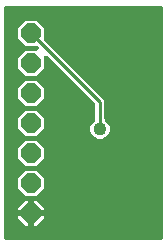
<source format=gbr>
G04 EAGLE Gerber RS-274X export*
G75*
%MOMM*%
%FSLAX34Y34*%
%LPD*%
%INBottom Copper*%
%IPPOS*%
%AMOC8*
5,1,8,0,0,1.08239X$1,22.5*%
G01*
%ADD10P,1.759533X8X22.500000*%
%ADD11C,1.016000*%
%ADD12C,0.254000*%
%ADD13C,1.108000*%

G36*
X135146Y2543D02*
X135146Y2543D01*
X135164Y2541D01*
X135346Y2562D01*
X135529Y2581D01*
X135546Y2586D01*
X135563Y2588D01*
X135738Y2645D01*
X135914Y2699D01*
X135929Y2707D01*
X135946Y2713D01*
X136106Y2803D01*
X136268Y2891D01*
X136281Y2902D01*
X136297Y2911D01*
X136436Y3031D01*
X136577Y3148D01*
X136588Y3162D01*
X136602Y3174D01*
X136714Y3319D01*
X136829Y3462D01*
X136837Y3478D01*
X136848Y3492D01*
X136930Y3657D01*
X137015Y3819D01*
X137020Y3836D01*
X137028Y3852D01*
X137075Y4031D01*
X137126Y4206D01*
X137128Y4224D01*
X137132Y4241D01*
X137159Y4572D01*
X137159Y198628D01*
X137157Y198646D01*
X137159Y198664D01*
X137138Y198846D01*
X137119Y199029D01*
X137114Y199046D01*
X137112Y199063D01*
X137055Y199238D01*
X137001Y199414D01*
X136993Y199429D01*
X136987Y199446D01*
X136897Y199606D01*
X136809Y199768D01*
X136798Y199781D01*
X136789Y199797D01*
X136669Y199936D01*
X136552Y200077D01*
X136538Y200088D01*
X136526Y200102D01*
X136381Y200214D01*
X136238Y200329D01*
X136222Y200337D01*
X136208Y200348D01*
X136043Y200430D01*
X135881Y200515D01*
X135864Y200520D01*
X135848Y200528D01*
X135669Y200575D01*
X135494Y200626D01*
X135476Y200628D01*
X135459Y200632D01*
X135128Y200659D01*
X4572Y200659D01*
X4554Y200657D01*
X4536Y200659D01*
X4354Y200638D01*
X4171Y200619D01*
X4154Y200614D01*
X4137Y200612D01*
X3962Y200555D01*
X3786Y200501D01*
X3771Y200493D01*
X3754Y200487D01*
X3594Y200397D01*
X3432Y200309D01*
X3419Y200298D01*
X3403Y200289D01*
X3264Y200169D01*
X3123Y200052D01*
X3112Y200038D01*
X3098Y200026D01*
X2986Y199881D01*
X2871Y199738D01*
X2863Y199722D01*
X2852Y199708D01*
X2770Y199543D01*
X2685Y199381D01*
X2680Y199364D01*
X2672Y199348D01*
X2625Y199169D01*
X2574Y198994D01*
X2572Y198976D01*
X2568Y198959D01*
X2541Y198628D01*
X2541Y4572D01*
X2543Y4554D01*
X2541Y4536D01*
X2562Y4354D01*
X2581Y4171D01*
X2586Y4154D01*
X2588Y4137D01*
X2645Y3962D01*
X2699Y3786D01*
X2707Y3771D01*
X2713Y3754D01*
X2803Y3594D01*
X2891Y3432D01*
X2902Y3419D01*
X2911Y3403D01*
X3031Y3264D01*
X3148Y3123D01*
X3162Y3112D01*
X3174Y3098D01*
X3319Y2986D01*
X3462Y2871D01*
X3478Y2863D01*
X3492Y2852D01*
X3657Y2770D01*
X3819Y2685D01*
X3836Y2680D01*
X3852Y2672D01*
X4031Y2625D01*
X4206Y2574D01*
X4224Y2572D01*
X4241Y2568D01*
X4572Y2541D01*
X135128Y2541D01*
X135146Y2543D01*
G37*
%LPC*%
G36*
X82213Y88439D02*
X82213Y88439D01*
X79243Y89669D01*
X76969Y91943D01*
X75739Y94913D01*
X75739Y98127D01*
X76969Y101097D01*
X79414Y103542D01*
X79431Y103563D01*
X79452Y103580D01*
X79559Y103718D01*
X79669Y103854D01*
X79682Y103877D01*
X79698Y103898D01*
X79776Y104055D01*
X79858Y104209D01*
X79866Y104235D01*
X79878Y104259D01*
X79923Y104428D01*
X79973Y104595D01*
X79975Y104622D01*
X79982Y104648D01*
X80009Y104979D01*
X80009Y116960D01*
X80007Y116987D01*
X80009Y117013D01*
X79987Y117187D01*
X79969Y117361D01*
X79962Y117386D01*
X79958Y117413D01*
X79903Y117579D01*
X79851Y117746D01*
X79838Y117769D01*
X79830Y117795D01*
X79743Y117946D01*
X79659Y118100D01*
X79642Y118120D01*
X79629Y118143D01*
X79414Y118396D01*
X39536Y158275D01*
X39529Y158280D01*
X39524Y158287D01*
X39374Y158407D01*
X39225Y158530D01*
X39217Y158534D01*
X39210Y158539D01*
X39039Y158628D01*
X38869Y158718D01*
X38861Y158721D01*
X38853Y158725D01*
X38667Y158778D01*
X38483Y158833D01*
X38474Y158834D01*
X38466Y158836D01*
X38274Y158852D01*
X38082Y158869D01*
X38073Y158868D01*
X38064Y158869D01*
X37875Y158847D01*
X37682Y158826D01*
X37673Y158823D01*
X37665Y158822D01*
X37483Y158763D01*
X37298Y158705D01*
X37290Y158700D01*
X37282Y158697D01*
X37113Y158602D01*
X36946Y158510D01*
X36939Y158504D01*
X36931Y158500D01*
X36785Y158374D01*
X36639Y158249D01*
X36633Y158242D01*
X36626Y158236D01*
X36509Y158085D01*
X36389Y157933D01*
X36385Y157925D01*
X36380Y157918D01*
X36294Y157746D01*
X36207Y157574D01*
X36204Y157566D01*
X36200Y157558D01*
X36150Y157371D01*
X36099Y157186D01*
X36098Y157178D01*
X36096Y157169D01*
X36069Y156838D01*
X36069Y147981D01*
X29819Y141731D01*
X20981Y141731D01*
X14731Y147981D01*
X14731Y156819D01*
X20981Y163069D01*
X29838Y163069D01*
X29972Y163082D01*
X30106Y163086D01*
X30172Y163102D01*
X30239Y163109D01*
X30367Y163148D01*
X30497Y163179D01*
X30559Y163207D01*
X30624Y163227D01*
X30742Y163291D01*
X30863Y163346D01*
X30918Y163386D01*
X30978Y163419D01*
X31081Y163504D01*
X31189Y163583D01*
X31235Y163633D01*
X31287Y163676D01*
X31371Y163781D01*
X31462Y163879D01*
X31497Y163937D01*
X31539Y163990D01*
X31601Y164109D01*
X31671Y164224D01*
X31694Y164287D01*
X31725Y164347D01*
X31762Y164476D01*
X31808Y164602D01*
X31818Y164669D01*
X31836Y164734D01*
X31847Y164868D01*
X31867Y165000D01*
X31864Y165068D01*
X31869Y165136D01*
X31854Y165269D01*
X31847Y165402D01*
X31830Y165468D01*
X31822Y165535D01*
X31781Y165663D01*
X31748Y165793D01*
X31718Y165854D01*
X31697Y165918D01*
X31632Y166035D01*
X31574Y166156D01*
X31533Y166210D01*
X31500Y166269D01*
X31412Y166370D01*
X31331Y166477D01*
X31281Y166522D01*
X31236Y166573D01*
X31130Y166656D01*
X31030Y166745D01*
X30964Y166785D01*
X30918Y166820D01*
X30848Y166855D01*
X30747Y166917D01*
X30650Y166954D01*
X30558Y167000D01*
X30462Y167025D01*
X30370Y167060D01*
X30269Y167077D01*
X30169Y167104D01*
X30050Y167114D01*
X29973Y167127D01*
X29916Y167125D01*
X29838Y167131D01*
X20981Y167131D01*
X14731Y173381D01*
X14731Y182219D01*
X20981Y188469D01*
X29819Y188469D01*
X36069Y182219D01*
X36069Y173362D01*
X36071Y173335D01*
X36069Y173309D01*
X36091Y173135D01*
X36109Y172961D01*
X36116Y172936D01*
X36120Y172909D01*
X36175Y172743D01*
X36227Y172576D01*
X36240Y172553D01*
X36248Y172527D01*
X36335Y172376D01*
X36419Y172222D01*
X36436Y172202D01*
X36449Y172179D01*
X36664Y171926D01*
X87631Y120958D01*
X87631Y104979D01*
X87633Y104952D01*
X87631Y104925D01*
X87653Y104751D01*
X87671Y104578D01*
X87678Y104552D01*
X87682Y104526D01*
X87737Y104360D01*
X87789Y104193D01*
X87802Y104169D01*
X87810Y104144D01*
X87897Y103992D01*
X87981Y103839D01*
X87998Y103818D01*
X88011Y103795D01*
X88226Y103542D01*
X90671Y101097D01*
X91901Y98127D01*
X91901Y94913D01*
X90671Y91943D01*
X88397Y89669D01*
X85427Y88439D01*
X82213Y88439D01*
G37*
%LPD*%
%LPC*%
G36*
X20981Y116331D02*
X20981Y116331D01*
X14731Y122581D01*
X14731Y131419D01*
X20981Y137669D01*
X29819Y137669D01*
X36069Y131419D01*
X36069Y122581D01*
X29819Y116331D01*
X20981Y116331D01*
G37*
%LPD*%
%LPC*%
G36*
X20981Y90931D02*
X20981Y90931D01*
X14731Y97181D01*
X14731Y106019D01*
X20981Y112269D01*
X29819Y112269D01*
X36069Y106019D01*
X36069Y97181D01*
X29819Y90931D01*
X20981Y90931D01*
G37*
%LPD*%
%LPC*%
G36*
X20981Y65531D02*
X20981Y65531D01*
X14731Y71781D01*
X14731Y80619D01*
X20981Y86869D01*
X29819Y86869D01*
X36069Y80619D01*
X36069Y71781D01*
X29819Y65531D01*
X20981Y65531D01*
G37*
%LPD*%
%LPC*%
G36*
X20981Y40131D02*
X20981Y40131D01*
X14731Y46381D01*
X14731Y55219D01*
X20981Y61469D01*
X29819Y61469D01*
X36069Y55219D01*
X36069Y46381D01*
X29819Y40131D01*
X20981Y40131D01*
G37*
%LPD*%
%LPC*%
G36*
X27939Y27939D02*
X27939Y27939D01*
X27939Y36069D01*
X29819Y36069D01*
X36069Y29819D01*
X36069Y27939D01*
X27939Y27939D01*
G37*
%LPD*%
%LPC*%
G36*
X14731Y27939D02*
X14731Y27939D01*
X14731Y29819D01*
X20981Y36069D01*
X22861Y36069D01*
X22861Y27939D01*
X14731Y27939D01*
G37*
%LPD*%
%LPC*%
G36*
X27939Y14731D02*
X27939Y14731D01*
X27939Y22861D01*
X36069Y22861D01*
X36069Y20981D01*
X29819Y14731D01*
X27939Y14731D01*
G37*
%LPD*%
%LPC*%
G36*
X20981Y14731D02*
X20981Y14731D01*
X14731Y20981D01*
X14731Y22861D01*
X22861Y22861D01*
X22861Y14731D01*
X20981Y14731D01*
G37*
%LPD*%
D10*
X25400Y177800D03*
X25400Y152400D03*
X25400Y127000D03*
X25400Y101600D03*
X25400Y76200D03*
X25400Y50800D03*
X25400Y25400D03*
D11*
X43180Y139700D03*
D12*
X83820Y119380D02*
X83820Y96520D01*
X83820Y119380D02*
X25400Y177800D01*
D13*
X83820Y96520D03*
M02*

</source>
